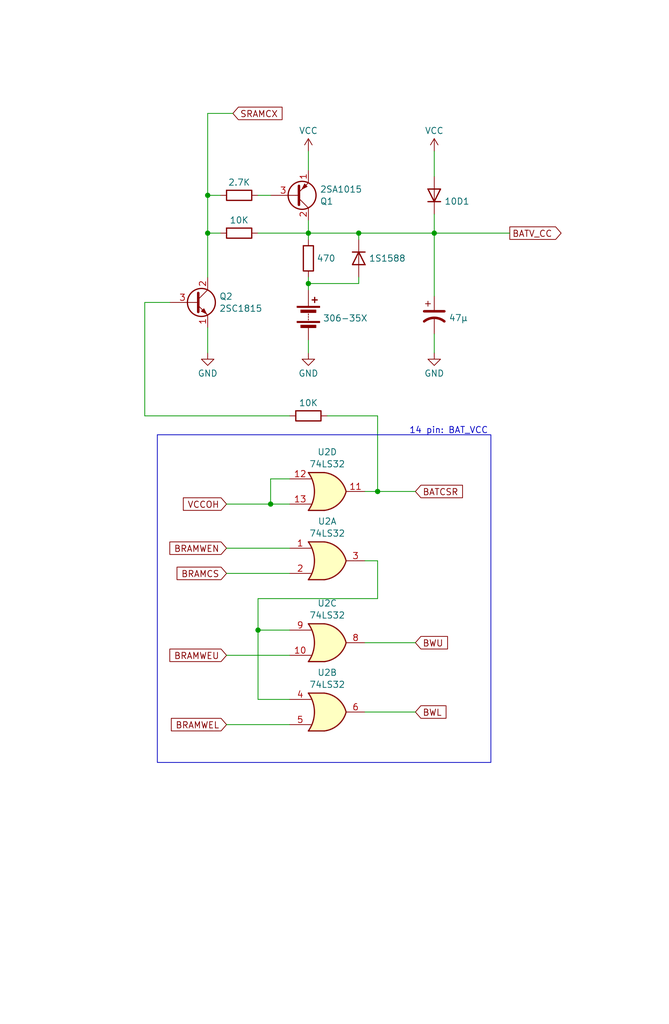
<source format=kicad_sch>
(kicad_sch (version 20230121) (generator eeschema)
  (paper "User" 135.026 206.4)
  (title_block (date "2023-08-15") (company "SNK") (comment 3 "Converted by Frater ") (comment 4 "NEO-GEO MVS MV1F"))
  (lib_symbols
    (symbol "74xx:74LS32" (pin_names (offset 1.016))
      (property "Reference" "U" (at 0 1.27 0))
      (property "Value" "74LS32" (at 0 -1.27 0))
      (symbol "74LS32_1_1"
        (arc (start -3.81 -3.81) (mid -2.589 0) (end -3.81 3.81) (stroke (width 0.254)))
        (arc (start -0.6096 -3.81) (mid 2.1842 -2.5851) (end 3.81 0) (stroke (width 0.254)) (fill (type background)))
        (polyline (pts (xy -3.81 -3.81) (xy -0.635 -3.81)) (stroke (width 0.254)) (fill (type background)))
        (polyline (pts (xy -3.81 3.81) (xy -0.635 3.81)) (stroke (width 0.254)) (fill (type background)))
        (polyline (pts (xy -0.635 3.81) (xy -3.81 3.81) (xy -3.81 3.81) (xy -3.556 3.4036) (xy -3.0226 2.2606) (xy -2.6924 1.0414) (xy -2.6162 -0.254) (xy -2.7686 -1.4986) (xy -3.175 -2.7178) (xy -3.81 -3.81) (xy -3.81 -3.81) (xy -0.635 -3.81)) (stroke (width -25.4)) (fill (type background)))
        (arc (start 3.81 0) (mid 2.1915 2.5936) (end -0.6096 3.81) (stroke (width 0.254)) (fill (type background)))
        (pin input line (at -7.62 2.54 0) (length 4.318) (name "~") (number "1"))
        (pin input line (at -7.62 -2.54 0) (length 4.318) (name "~") (number "2"))
        (pin output line (at 7.62 0 180) (length 3.81) (name "~") (number "3"))
      )
      (symbol "74LS32_1_2"
        (arc (start 0 -3.81) (mid 3.7934 0) (end 0 3.81) (stroke (width 0.254)) (fill (type background)))
        (polyline (pts (xy 0 3.81) (xy -3.81 3.81) (xy -3.81 -3.81) (xy 0 -3.81)) (stroke (width 0.254)) (fill (type background)))
        (pin input inverted (at -7.62 2.54 0) (length 3.81) (name "~") (number "1"))
        (pin input inverted (at -7.62 -2.54 0) (length 3.81) (name "~") (number "2"))
        (pin output inverted (at 7.62 0 180) (length 3.81) (name "~") (number "3"))
      )
      (symbol "74LS32_2_1"
        (arc (start -3.81 -3.81) (mid -2.589 0) (end -3.81 3.81) (stroke (width 0.254)))
        (arc (start -0.6096 -3.81) (mid 2.1842 -2.5851) (end 3.81 0) (stroke (width 0.254)) (fill (type background)))
        (polyline (pts (xy -3.81 -3.81) (xy -0.635 -3.81)) (stroke (width 0.254)) (fill (type background)))
        (polyline (pts (xy -3.81 3.81) (xy -0.635 3.81)) (stroke (width 0.254)) (fill (type background)))
        (polyline (pts (xy -0.635 3.81) (xy -3.81 3.81) (xy -3.81 3.81) (xy -3.556 3.4036) (xy -3.0226 2.2606) (xy -2.6924 1.0414) (xy -2.6162 -0.254) (xy -2.7686 -1.4986) (xy -3.175 -2.7178) (xy -3.81 -3.81) (xy -3.81 -3.81) (xy -0.635 -3.81)) (stroke (width -25.4)) (fill (type background)))
        (arc (start 3.81 0) (mid 2.1915 2.5936) (end -0.6096 3.81) (stroke (width 0.254)) (fill (type background)))
        (pin input line (at -7.62 2.54 0) (length 4.318) (name "~") (number "4"))
        (pin input line (at -7.62 -2.54 0) (length 4.318) (name "~") (number "5"))
        (pin output line (at 7.62 0 180) (length 3.81) (name "~") (number "6"))
      )
      (symbol "74LS32_2_2"
        (arc (start 0 -3.81) (mid 3.7934 0) (end 0 3.81) (stroke (width 0.254)) (fill (type background)))
        (polyline (pts (xy 0 3.81) (xy -3.81 3.81) (xy -3.81 -3.81) (xy 0 -3.81)) (stroke (width 0.254)) (fill (type background)))
        (pin input inverted (at -7.62 2.54 0) (length 3.81) (name "~") (number "4"))
        (pin input inverted (at -7.62 -2.54 0) (length 3.81) (name "~") (number "5"))
        (pin output inverted (at 7.62 0 180) (length 3.81) (name "~") (number "6"))
      )
      (symbol "74LS32_3_1"
        (arc (start -3.81 -3.81) (mid -2.589 0) (end -3.81 3.81) (stroke (width 0.254)))
        (arc (start -0.6096 -3.81) (mid 2.1842 -2.5851) (end 3.81 0) (stroke (width 0.254)) (fill (type background)))
        (polyline (pts (xy -3.81 -3.81) (xy -0.635 -3.81)) (stroke (width 0.254)) (fill (type background)))
        (polyline (pts (xy -3.81 3.81) (xy -0.635 3.81)) (stroke (width 0.254)) (fill (type background)))
        (polyline (pts (xy -0.635 3.81) (xy -3.81 3.81) (xy -3.81 3.81) (xy -3.556 3.4036) (xy -3.0226 2.2606) (xy -2.6924 1.0414) (xy -2.6162 -0.254) (xy -2.7686 -1.4986) (xy -3.175 -2.7178) (xy -3.81 -3.81) (xy -3.81 -3.81) (xy -0.635 -3.81)) (stroke (width -25.4)) (fill (type background)))
        (arc (start 3.81 0) (mid 2.1915 2.5936) (end -0.6096 3.81) (stroke (width 0.254)) (fill (type background)))
        (pin input line (at -7.62 -2.54 0) (length 4.318) (name "~") (number "10"))
        (pin output line (at 7.62 0 180) (length 3.81) (name "~") (number "8"))
        (pin input line (at -7.62 2.54 0) (length 4.318) (name "~") (number "9"))
      )
      (symbol "74LS32_3_2"
        (arc (start 0 -3.81) (mid 3.7934 0) (end 0 3.81) (stroke (width 0.254)) (fill (type background)))
        (polyline (pts (xy 0 3.81) (xy -3.81 3.81) (xy -3.81 -3.81) (xy 0 -3.81)) (stroke (width 0.254)) (fill (type background)))
        (pin input inverted (at -7.62 -2.54 0) (length 3.81) (name "~") (number "10"))
        (pin output inverted (at 7.62 0 180) (length 3.81) (name "~") (number "8"))
        (pin input inverted (at -7.62 2.54 0) (length 3.81) (name "~") (number "9"))
      )
      (symbol "74LS32_4_1"
        (arc (start -3.81 -3.81) (mid -2.589 0) (end -3.81 3.81) (stroke (width 0.254)))
        (arc (start -0.6096 -3.81) (mid 2.1842 -2.5851) (end 3.81 0) (stroke (width 0.254)) (fill (type background)))
        (polyline (pts (xy -3.81 -3.81) (xy -0.635 -3.81)) (stroke (width 0.254)) (fill (type background)))
        (polyline (pts (xy -3.81 3.81) (xy -0.635 3.81)) (stroke (width 0.254)) (fill (type background)))
        (polyline (pts (xy -0.635 3.81) (xy -3.81 3.81) (xy -3.81 3.81) (xy -3.556 3.4036) (xy -3.0226 2.2606) (xy -2.6924 1.0414) (xy -2.6162 -0.254) (xy -2.7686 -1.4986) (xy -3.175 -2.7178) (xy -3.81 -3.81) (xy -3.81 -3.81) (xy -0.635 -3.81)) (stroke (width -25.4)) (fill (type background)))
        (arc (start 3.81 0) (mid 2.1915 2.5936) (end -0.6096 3.81) (stroke (width 0.254)) (fill (type background)))
        (pin output line (at 7.62 0 180) (length 3.81) (name "~") (number "11"))
        (pin input line (at -7.62 2.54 0) (length 4.318) (name "~") (number "12"))
        (pin input line (at -7.62 -2.54 0) (length 4.318) (name "~") (number "13"))
      )
      (symbol "74LS32_4_2"
        (arc (start 0 -3.81) (mid 3.7934 0) (end 0 3.81) (stroke (width 0.254)) (fill (type background)))
        (polyline (pts (xy 0 3.81) (xy -3.81 3.81) (xy -3.81 -3.81) (xy 0 -3.81)) (stroke (width 0.254)) (fill (type background)))
        (pin output inverted (at 7.62 0 180) (length 3.81) (name "~") (number "11"))
        (pin input inverted (at -7.62 2.54 0) (length 3.81) (name "~") (number "12"))
        (pin input inverted (at -7.62 -2.54 0) (length 3.81) (name "~") (number "13"))
      )
      (symbol "74LS32_5_0"
        (pin power_in line (at 0 12.7 270) (length 5.08) (name "VCC") (number "14"))
        (pin power_in line (at 0 -12.7 90) (length 5.08) (name "GND") (number "7"))
      )
      (symbol "74LS32_5_1"
        (rectangle (start -5.08 7.62) (end 5.08 -7.62) (stroke (width 0.254)) (fill (type background)))
      )
    )
    (symbol "Device:Battery" (pin_numbers hide) (pin_names (offset 0) hide)
      (property "Reference" "BT" (at 2.54 2.54 0))
      (property "Value" "Battery" (at 2.54 0 0))
      (symbol "Battery_0_1"
        (rectangle (start -2.286 -1.27) (end 2.286 -1.524) (fill (type outline)))
        (rectangle (start -2.286 1.778) (end 2.286 1.524) (fill (type outline)))
        (rectangle (start -1.524 -2.032) (end 1.524 -2.54) (fill (type outline)))
        (rectangle (start -1.524 1.016) (end 1.524 0.508) (fill (type outline)))
        (polyline (pts (xy 0 -1.016) (xy 0 -0.762)))
        (polyline (pts (xy 0 -0.508) (xy 0 -0.254)))
        (polyline (pts (xy 0 0) (xy 0 0.254)))
        (polyline (pts (xy 0 1.778) (xy 0 2.54)))
        (polyline (pts (xy 0.762 3.048) (xy 1.778 3.048)) (stroke (width 0.254)))
        (polyline (pts (xy 1.27 3.556) (xy 1.27 2.54)) (stroke (width 0.254)))
      )
      (symbol "Battery_1_1"
        (pin passive line (at 0 5.08 270) (length 2.54) (name "+") (number "1"))
        (pin passive line (at 0 -5.08 90) (length 2.54) (name "-") (number "2"))
      )
    )
    (symbol "Device:C_Polarized_US" (pin_numbers hide) (pin_names (offset 0.254) hide)
      (property "Reference" "C" (at 0.635 2.54 0))
      (property "Value" "C_Polarized_US" (at 0.635 -2.54 0))
      (symbol "C_Polarized_US_0_1"
        (polyline (pts (xy -2.032 0.762) (xy 2.032 0.762)) (stroke (width 0.508)))
        (polyline (pts (xy -1.778 2.286) (xy -0.762 2.286)))
        (polyline (pts (xy -1.27 1.778) (xy -1.27 2.794)))
        (arc (start 2.032 -1.27) (mid 0 -0.5572) (end -2.032 -1.27) (stroke (width 0.508)))
      )
      (symbol "C_Polarized_US_1_1"
        (pin passive line (at 0 3.81 270) (length 2.794) (name "~") (number "1"))
        (pin passive line (at 0 -3.81 90) (length 3.302) (name "~") (number "2"))
      )
    )
    (symbol "Device:R" (pin_numbers hide) (pin_names (offset 0))
      (property "Reference" "R" (at 2.032 0 90))
      (property "Value" "R" (at 0 0 90))
      (symbol "R_0_1"
        (rectangle (start -1.016 -2.54) (end 1.016 2.54) (stroke (width 0.254)))
      )
      (symbol "R_1_1"
        (pin passive line (at 0 3.81 270) (length 1.27) (name "~") (number "1"))
        (pin passive line (at 0 -3.81 90) (length 1.27) (name "~") (number "2"))
      )
    )
    (symbol "Diode:1N4001" (pin_numbers hide) (pin_names hide)
      (property "Reference" "D" (at 0 2.54 0))
      (property "Value" "1N4001" (at 0 -2.54 0))
      (symbol "1N4001_0_1"
        (polyline (pts (xy -1.27 1.27) (xy -1.27 -1.27)) (stroke (width 0.254)))
        (polyline (pts (xy 1.27 0) (xy -1.27 0)))
        (polyline (pts (xy 1.27 1.27) (xy 1.27 -1.27) (xy -1.27 0) (xy 1.27 1.27)) (stroke (width 0.254)))
      )
      (symbol "1N4001_1_1"
        (pin passive line (at -3.81 0 0) (length 2.54) (name "K") (number "1"))
        (pin passive line (at 3.81 0 180) (length 2.54) (name "A") (number "2"))
      )
    )
    (symbol "Transistor_BJT:2SA1015" (pin_names (offset 0) hide)
      (property "Reference" "Q" (at 5.08 1.905 0))
      (property "Value" "2SA1015" (at 5.08 0 0))
      (symbol "2SA1015_0_1"
        (polyline (pts (xy 0 0) (xy 0.635 0)))
        (polyline (pts (xy 2.54 -2.54) (xy 0.635 -0.635)))
        (polyline (pts (xy 2.54 2.54) (xy 0.635 0.635)))
        (polyline (pts (xy 0.635 1.905) (xy 0.635 -1.905) (xy 0.635 -1.905)) (stroke (width 0.508)) (fill (type outline)))
        (polyline (pts (xy 1.778 -2.286) (xy 2.286 -1.778) (xy 1.27 -1.27) (xy 1.778 -2.286) (xy 1.778 -2.286)) (fill (type outline)))
        (circle (center 1.27 0) (radius 2.8194) (stroke (width 0.254)))
      )
      (symbol "2SA1015_1_1"
        (pin passive line (at 2.54 -5.08 90) (length 2.54) (name "E") (number "1"))
        (pin passive line (at 2.54 5.08 270) (length 2.54) (name "C") (number "2"))
        (pin input line (at -5.08 0 0) (length 5.08) (name "B") (number "3"))
      )
    )
    (symbol "Transistor_BJT:2SC1815" (pin_names (offset 0) hide)
      (property "Reference" "Q" (at 5.08 1.905 0))
      (property "Value" "2SC1815" (at 5.08 0 0))
      (symbol "2SC1815_0_1"
        (polyline (pts (xy 0 0) (xy 0.508 0)))
        (polyline (pts (xy 0.635 0.635) (xy 2.54 2.54)))
        (polyline (pts (xy 0.635 -0.635) (xy 2.54 -2.54) (xy 2.54 -2.54)))
        (polyline (pts (xy 0.635 1.905) (xy 0.635 -1.905) (xy 0.635 -1.905)) (stroke (width 0.508)))
        (polyline (pts (xy 1.27 -1.778) (xy 1.778 -1.27) (xy 2.286 -2.286) (xy 1.27 -1.778) (xy 1.27 -1.778)) (fill (type outline)))
        (circle (center 1.27 0) (radius 2.8194) (stroke (width 0.254)))
      )
      (symbol "2SC1815_1_1"
        (pin passive line (at 2.54 -5.08 90) (length 2.54) (name "E") (number "1"))
        (pin passive line (at 2.54 5.08 270) (length 2.54) (name "C") (number "2"))
        (pin input line (at -5.08 0 0) (length 5.08) (name "B") (number "3"))
      )
    )
    (symbol "power:GND" (power) (pin_names (offset 0))
      (property "Value" "GND" (at 0 -3.81 0))
      (symbol "GND_0_1"
        (polyline (pts (xy 0 0) (xy 0 -1.27) (xy 1.27 -1.27) (xy 0 -2.54) (xy -1.27 -1.27) (xy 0 -1.27)))
      )
      (symbol "GND_1_1"
        (pin power_in line (at 0 0 270) (length 0) hide (name "GND") (number "1"))
      )
    )
    (symbol "power:VCC" (power) (pin_names (offset 0))
      (property "Value" "VCC" (at 0 3.81 0))
      (symbol "VCC_0_1"
        (polyline (pts (xy -0.762 1.27) (xy 0 2.54)))
        (polyline (pts (xy 0 0) (xy 0 2.54)))
        (polyline (pts (xy 0 2.54) (xy 0.762 1.27)))
      )
      (symbol "VCC_1_1"
        (pin power_in line (at 0 0 90) (length 0) hide (name "VCC") (number "1"))
      )
    )
  )
  (junction (at 62.23 57.15))
  (junction (at 54.61 101.6))
  (junction (at 62.23 46.99))
  (junction (at 52.07 127))
  (junction (at 41.91 39.37))
  (junction (at 87.63 46.99))
  (junction (at 41.91 46.99))
  (junction (at 72.39 46.99))
  (junction (at 76.2 99.06))
  (wire (pts (xy 52.07 120.65) (xy 52.07 127)))
  (wire (pts (xy 72.39 46.99) (xy 72.39 48.26)))
  (wire (pts (xy 54.61 96.52) (xy 54.61 101.6)))
  (wire (pts (xy 41.91 71.12) (xy 41.91 66.04)))
  (wire (pts (xy 29.21 83.82) (xy 58.42 83.82)))
  (wire (pts (xy 87.63 46.99) (xy 102.87 46.99)))
  (wire (pts (xy 73.66 143.51) (xy 83.82 143.51)))
  (wire (pts (xy 62.23 30.48) (xy 62.23 34.29)))
  (wire (pts (xy 76.2 113.03) (xy 76.2 120.65)))
  (wire (pts (xy 87.63 43.18) (xy 87.63 46.99)))
  (wire (pts (xy 62.23 68.58) (xy 62.23 71.12)))
  (wire (pts (xy 73.66 113.03) (xy 76.2 113.03)))
  (wire (pts (xy 62.23 57.15) (xy 62.23 55.88)))
  (wire (pts (xy 45.72 110.49) (xy 58.42 110.49)))
  (wire (pts (xy 87.63 46.99) (xy 72.39 46.99)))
  (wire (pts (xy 58.42 96.52) (xy 54.61 96.52)))
  (wire (pts (xy 76.2 99.06) (xy 83.82 99.06)))
  (wire (pts (xy 58.42 140.97) (xy 52.07 140.97)))
  (wire (pts (xy 73.66 129.54) (xy 83.82 129.54)))
  (wire (pts (xy 45.72 115.57) (xy 58.42 115.57)))
  (wire (pts (xy 41.91 39.37) (xy 41.91 46.99)))
  (wire (pts (xy 29.21 83.82) (xy 29.21 60.96)))
  (wire (pts (xy 52.07 39.37) (xy 54.61 39.37)))
  (wire (pts (xy 54.61 101.6) (xy 58.42 101.6)))
  (wire (pts (xy 76.2 120.65) (xy 52.07 120.65)))
  (wire (pts (xy 45.72 101.6) (xy 54.61 101.6)))
  (wire (pts (xy 87.63 46.99) (xy 87.63 59.69)))
  (wire (pts (xy 76.2 83.82) (xy 76.2 99.06)))
  (wire (pts (xy 62.23 57.15) (xy 62.23 58.42)))
  (wire (pts (xy 52.07 140.97) (xy 52.07 127)))
  (wire (pts (xy 45.72 146.05) (xy 58.42 146.05)))
  (wire (pts (xy 52.07 46.99) (xy 62.23 46.99)))
  (wire (pts (xy 45.72 132.08) (xy 58.42 132.08)))
  (wire (pts (xy 41.91 46.99) (xy 41.91 55.88)))
  (wire (pts (xy 41.91 39.37) (xy 44.45 39.37)))
  (wire (pts (xy 41.91 46.99) (xy 44.45 46.99)))
  (wire (pts (xy 62.23 44.45) (xy 62.23 46.99)))
  (wire (pts (xy 62.23 57.15) (xy 72.39 57.15)))
  (wire (pts (xy 52.07 127) (xy 58.42 127)))
  (wire (pts (xy 46.99 22.86) (xy 41.91 22.86)))
  (wire (pts (xy 41.91 22.86) (xy 41.91 39.37)))
  (wire (pts (xy 29.21 60.96) (xy 34.29 60.96)))
  (wire (pts (xy 73.66 99.06) (xy 76.2 99.06)))
  (wire (pts (xy 87.63 67.31) (xy 87.63 71.12)))
  (wire (pts (xy 76.2 83.82) (xy 66.04 83.82)))
  (wire (pts (xy 72.39 46.99) (xy 62.23 46.99)))
  (wire (pts (xy 87.63 30.48) (xy 87.63 35.56)))
  (wire (pts (xy 62.23 46.99) (xy 62.23 48.26)))
  (wire (pts (xy 72.39 57.15) (xy 72.39 55.88)))
  (rectangle (start 31.75 87.63) (end 99.06 153.67))
  (text "14 pin: BAT_VCC" (at 82.55 87.63 0) (effects (font (size 1.27 1.27)) (justify left bottom)))
  (global_label "BWU" (shape input) (at 83.82 129.54 0) (property "Intersheetrefs" "${INTERSHEET_REFS}" (at 90.8571 129.54 0) (effects (justify left))))
  (global_label "BATCSR" (shape input) (at 83.82 99.06 0) (property "Intersheetrefs" "${INTERSHEET_REFS}" (at 93.8809 99.06 0) (effects (justify left))))
  (global_label "BRAMWEN" (shape input) (at 45.72 110.49 180) (property "Intersheetrefs" "${INTERSHEET_REFS}" (at 33.7239 110.49 0) (effects (justify right))))
  (global_label "BRAMCS" (shape input) (at 45.72 115.57 180) (property "Intersheetrefs" "${INTERSHEET_REFS}" (at 35.1753 115.57 0) (effects (justify right))))
  (global_label "SRAMCX" (shape input) (at 46.99 22.86 0) (property "Intersheetrefs" "${INTERSHEET_REFS}" (at 57.4742 22.86 0) (effects (justify left))))
  (global_label "BWL" (shape input) (at 83.82 143.51 0) (property "Intersheetrefs" "${INTERSHEET_REFS}" (at 90.5547 143.51 0) (effects (justify left))))
  (global_label "BRAMWEU" (shape input) (at 45.72 132.08 180) (property "Intersheetrefs" "${INTERSHEET_REFS}" (at 33.7239 132.08 0) (effects (justify right))))
  (global_label "VCCOH" (shape input) (at 45.72 101.6 180) (property "Intersheetrefs" "${INTERSHEET_REFS}" (at 36.4452 101.6 0) (effects (justify right))))
  (global_label "BRAMWEL" (shape input) (at 45.72 146.05 180) (property "Intersheetrefs" "${INTERSHEET_REFS}" (at 34.0263 146.05 0) (effects (justify right))))
  (global_label "BATV_CC" (shape output) (at 102.87 46.99 0) (property "Intersheetrefs" "${INTERSHEET_REFS}" (at 113.7776 46.99 0) (effects (justify left))))
  (symbol (lib_id "Transistor_BJT:2SC1815") (at 39.37 60.96 0) (unit 1)
    (property "Reference" "Q2" (at 44.2214 59.7479 0) (effects (justify left)))
    (property "Value" "2SC1815" (at 44.2214 62.1721 0) (effects (justify left)))
    (property "Footprint" "Package_TO_SOT_THT:TO-92_Inline" (effects hide))
    (property "Datasheet" "https://media.digikey.com/pdf/Data%20Sheets/Toshiba%20PDFs/2SC1815.pdf" (effects hide))
    (instances (project "MVS" (path "" (reference "Q2") (unit 1)) (path "" (reference "Q1") (unit 1))))
  )
  (symbol (lib_id "power:GND") (at 62.23 71.12 0) (unit 1)
    (property "Reference" "#PWR023" (effects hide))
    (property "Value" "GND" (at 62.23 75.2531 0))
    (instances (project "MVS" (path "" (reference "#PWR023") (unit 1)) (path "" (reference "#PWR014") (unit 1))))
  )
  (symbol (lib_id "Device:R") (at 62.23 52.07 180) (unit 1)
    (property "Reference" "R3" (effects hide))
    (property "Value" "470" (at 63.881 52.07 0) (effects (justify right)))
  )
  (symbol (lib_id "Device:R") (at 62.23 83.82 90) (unit 1)
    (property "Reference" "R4" (effects hide))
    (property "Value" "10K" (at 62.23 81.2109 90))
  )
  (symbol (lib_id "power:VCC") (at 62.23 30.48 0) (unit 1)
    (property "Reference" "#PWR015" (effects hide))
    (property "Value" "VCC" (at 62.23 26.3469 0))
    (instances (project "MVS" (path "" (reference "#PWR015") (unit 1)) (path "" (reference "#PWR013") (unit 1))))
  )
  (symbol (lib_id "power:GND") (at 41.91 71.12 0) (unit 1)
    (property "Reference" "#PWR022" (effects hide))
    (property "Value" "GND" (at 41.91 75.2531 0))
    (instances (project "MVS" (path "" (reference "#PWR022") (unit 1)) (path "" (reference "#PWR012") (unit 1))))
  )
  (symbol (lib_id "Device:C_Polarized_US") (at 87.63 63.5 0) (unit 1)
    (property "Reference" "C1" (effects hide))
    (property "Value" "47µ" (at 90.551 64.0771 0) (effects (justify left)))
  )
  (symbol (lib_id "Diode:1N4001") (at 72.39 52.07 270) (unit 1)
    (property "Reference" "D2" (effects hide))
    (property "Value" "1S1588" (at 74.422 52.07 90) (effects (justify left)))
    (property "Footprint" "Diode_THT:D_DO-41_SOD81_P10.16mm_Horizontal" (effects hide))
    (property "Datasheet" "http://www.vishay.com/docs/88503/1n4001.pdf" (effects hide))
    (property "Sim.Device" "D" (effects hide))
    (property "Sim.Pins" "1=K 2=A" (effects hide))
    (instances (project "MVS" (path "" (reference "D2") (unit 1)) (path "" (reference "D1") (unit 1))))
  )
  (symbol (lib_id "Device:Battery") (at 62.23 63.5 0) (unit 1)
    (property "Reference" "BT1" (effects hide))
    (property "Value" "306-35X" (at 65.151 64.1406 0) (effects (justify left)))
  )
  (symbol (lib_id "74xx:74LS32") (at 66.04 99.06 0) (unit 4)
    (property "Reference" "U2" (at 66.04 91.1057 0))
    (property "Value" "74LS32" (at 66.04 93.5299 0))
    (property "Datasheet" "http://www.ti.com/lit/gpn/sn74LS32" (effects hide))
  )
  (symbol (lib_id "Device:R") (at 48.26 39.37 90) (unit 1)
    (property "Reference" "R1" (effects hide))
    (property "Value" "2.7K" (at 48.26 36.7609 90))
  )
  (symbol (lib_id "74xx:74LS32") (at 66.04 113.03 0) (unit 1)
    (property "Reference" "U2" (at 66.04 105.0757 0))
    (property "Value" "74LS32" (at 66.04 107.4999 0))
    (property "Datasheet" "http://www.ti.com/lit/gpn/sn74LS32" (effects hide))
  )
  (symbol (lib_id "Transistor_BJT:2SA1015") (at 59.69 39.37 0) (mirror x) (unit 1)
    (property "Reference" "Q1" (at 64.5414 40.5821 0) (effects (justify left)))
    (property "Value" "2SA1015" (at 64.5414 38.1579 0) (effects (justify left)))
    (property "Footprint" "Package_TO_SOT_THT:TO-92_Inline" (effects hide))
    (property "Datasheet" "http://www.datasheetcatalog.org/datasheet/toshiba/905.pdf" (effects hide))
    (instances (project "MVS" (path "" (reference "Q1") (unit 1)) (path "" (reference "Q2") (unit 1))))
  )
  (symbol (lib_id "power:GND") (at 87.63 71.12 0) (unit 1)
    (property "Reference" "#PWR024" (effects hide))
    (property "Value" "GND" (at 87.63 75.2531 0))
    (instances (project "MVS" (path "" (reference "#PWR024") (unit 1)) (path "" (reference "#PWR016") (unit 1))))
  )
  (symbol (lib_id "power:VCC") (at 87.63 30.48 0) (unit 1)
    (property "Reference" "#PWR021" (effects hide))
    (property "Value" "VCC" (at 87.63 26.3469 0))
    (instances (project "MVS" (path "" (reference "#PWR021") (unit 1)) (path "" (reference "#PWR015") (unit 1))))
  )
  (symbol (lib_id "Diode:1N4001") (at 87.63 39.37 90) (unit 1)
    (property "Reference" "D1" (effects hide))
    (property "Value" "10D1" (at 89.662 40.5821 90) (effects (justify right)))
    (property "Footprint" "Diode_THT:D_DO-41_SOD81_P10.16mm_Horizontal" (effects hide))
    (property "Datasheet" "http://www.vishay.com/docs/88503/1n4001.pdf" (effects hide))
    (property "Sim.Device" "D" (effects hide))
    (property "Sim.Pins" "1=K 2=A" (effects hide))
    (instances (project "MVS" (path "" (reference "D1") (unit 1)) (path "" (reference "D2") (unit 1))))
  )
  (symbol (lib_id "74xx:74LS32") (at 66.04 129.54 0) (unit 3)
    (property "Reference" "U2" (at 66.04 121.5857 0))
    (property "Value" "74LS32" (at 66.04 124.0099 0))
    (property "Datasheet" "http://www.ti.com/lit/gpn/sn74LS32" (effects hide))
  )
  (symbol (lib_id "Device:R") (at 48.26 46.99 90) (unit 1)
    (property "Reference" "R2" (effects hide))
    (property "Value" "10K" (at 48.26 44.3809 90))
  )
  (symbol (lib_id "74xx:74LS32") (at 66.04 143.51 0) (unit 2)
    (property "Reference" "U2" (at 66.04 135.5557 0))
    (property "Value" "74LS32" (at 66.04 137.9799 0))
    (property "Datasheet" "http://www.ti.com/lit/gpn/sn74LS32" (effects hide))
  )
)
</source>
